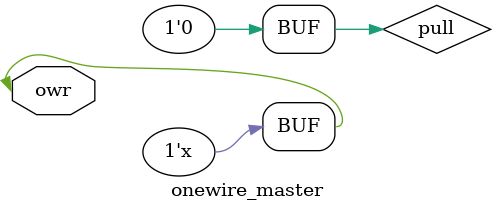
<source format=sv>
 
`timescale 1us / 1ns

module onewire_master #(
    // optimal timig for master
    parameter T_RSTL = 480.0,  // reset low (min)
    parameter T_RSTH = 480.0,  // reset high (min)
    parameter T_RSTP =  75.0,  // reset presence detect (max)
    parameter T_DAT0 =  60.0,  // data bit 0 (min)
    parameter T_DAT1 =   5.0,  // data bit 1 (min)
    parameter T_DATS =  15.0,  // data sample (max)
    parameter T_REC  =   5.0   // recovery (min)
//  real TS = 30.0   // time slot (min=15.0, typ=30.0, max=60.0)
)(
  inout wire owr  // 1-wire
);

logic pull = '0;

assign owr = pull ? '0 : 'z;

//////////////////////////////////////////////////////////////////////////////
// IO tasks
//////////////////////////////////////////////////////////////////////////////

task onewire_reset (
  output logic presence
); begin
  // low
  pull = '1;
  # T_RSTL;
  // high
  pull = '0;
  # T_RSTP;
  // presence detect
  presence = owr;
  # (T_RSTH-T_RSTP);
end
endtask

task onewire_bit (
  input  bit   data_w,
  output logic data_r
); begin
  // low
  pull = '1;
  # T_DAT1;
  // send 0 or 1
  pull = data_w ? '0 : '1;
  # (T_DAT1-T_DATS);
  // data sample
  data_r = owr;
  // tail
  # (T_DAT0-T_DAT1-T_DATS);
  pull = '0;
  // recovery
  # T_REC;
end
endtask

task onewire_byte (
  input  bit   [7:0] data_w,
  output logic [7:0] data_r
);
  int i;
begin
  for (i=0; i<8; i++)  onewire_bit (data_w[i], data_r[i]);
end
endtask

endmodule

</source>
